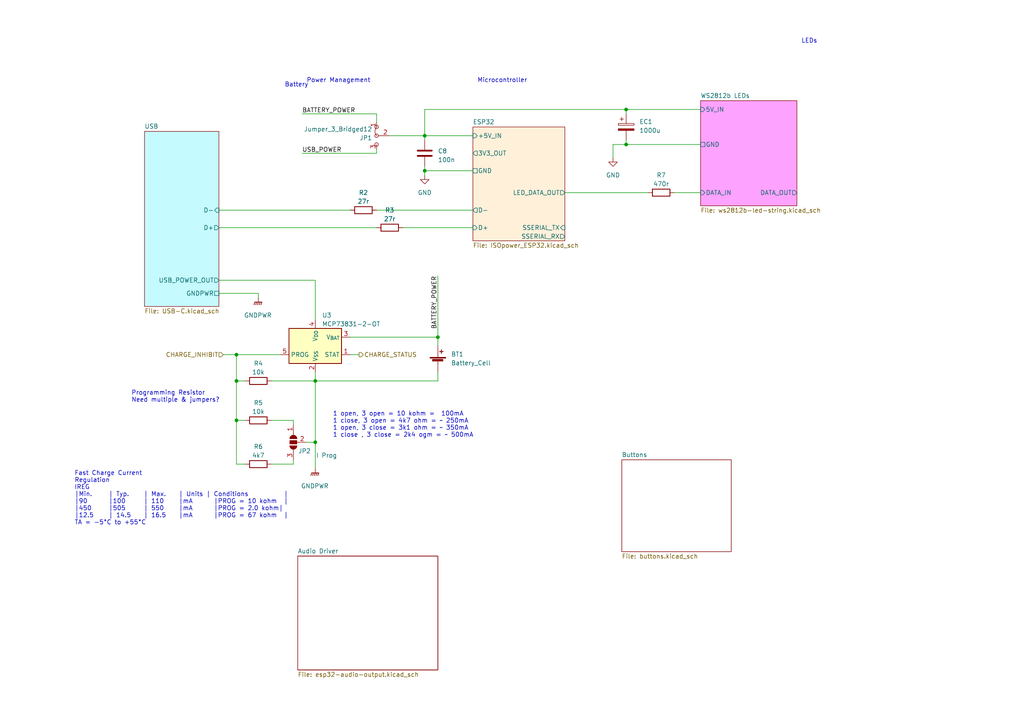
<source format=kicad_sch>
(kicad_sch (version 20230121) (generator eeschema)
  (paper "A4")
  (lib_symbols
    (symbol "000_Capacitor_Electrolytic_Immo:220u" (pin_numbers hide) (pin_names (offset 0.254))
      (property "Reference" "EC" (at 0.635 2.54 0))
      (property "Value" "220u" (at 0.635 -2.54 0))
      (symbol "220u_0_1"
        (rectangle (start -2.286 0.508) (end 2.286 1.016))
        (polyline (pts (xy -1.778 2.286) (xy -0.762 2.286)))
        (polyline (pts (xy -1.27 2.794) (xy -1.27 1.778)))
        (rectangle (start 2.286 -0.508) (end -2.286 -1.016) (fill (type outline)))
      )
      (symbol "220u_1_1"
        (pin passive line (at 0 3.81 270) (length 2.794) (name "~") (number "1"))
        (pin passive line (at 0 -3.81 90) (length 2.794) (name "~") (number "2"))
      )
    )
    (symbol "000_Capacitor_Film_Immo:cap_film_0805" (pin_numbers hide) (pin_names (offset 0.254))
      (property "Reference" "C" (at 0.635 2.54 0))
      (property "Value" "cap_film_0805" (at 0.635 -2.54 0))
      (symbol "cap_film_0805_0_1"
        (polyline (pts (xy -2.032 -0.762) (xy 2.032 -0.762)) (stroke (width 0.508)))
        (polyline (pts (xy -2.032 0.762) (xy 2.032 0.762)) (stroke (width 0.508)))
      )
      (symbol "cap_film_0805_1_1"
        (pin passive line (at 0 3.81 270) (length 2.794) (name "~") (number "1"))
        (pin passive line (at 0 -3.81 90) (length 2.794) (name "~") (number "2"))
      )
    )
    (symbol "000_Connectors_Immo:Jumper_3_Bridged12" (pin_names (offset 0) hide)
      (property "Reference" "JP" (at -2.54 -2.54 0))
      (property "Value" "Jumper_3_Bridged12" (at 0 2.794 0))
      (symbol "Jumper_3_Bridged12_0_0"
        (circle (center -2.54 0) (radius 0.508))
        (circle (center 0 0) (radius 0.508))
        (circle (center 2.54 0) (radius 0.508))
      )
      (symbol "Jumper_3_Bridged12_0_1"
        (arc (start 0 -0.0807) (mid -1.27 0.4699) (end -2.54 -0.0807))
        (polyline (pts (xy 0 -1.27) (xy 0 -0.508)))
      )
      (symbol "Jumper_3_Bridged12_1_1"
        (pin passive line (at -3.81 0 0) (length 1.27) (name "A") (number "1"))
        (pin input line (at 0 -3.81 90) (length 2.54) (name "C") (number "2"))
        (pin passive line (at 3.81 0 180) (length 1.27) (name "B") (number "3"))
      )
    )
    (symbol "000_Resistors_Immo:Resistor_0805" (pin_numbers hide) (pin_names (offset 0))
      (property "Reference" "R?" (at -2.54 3.81 0))
      (property "Value" "Resistor_0805" (at -5.08 2.54 0))
      (symbol "Resistor_0805_0_1"
        (rectangle (start 2.54 -1.016) (end -2.54 1.016) (stroke (width 0.254)))
      )
      (symbol "Resistor_0805_1_1"
        (pin passive line (at -3.81 0 0) (length 1.27) (name "~") (number "1"))
        (pin passive line (at 3.81 0 180) (length 1.27) (name "~") (number "2"))
      )
    )
    (symbol "Battery_Management:MCP73831-2-OT"
      (property "Reference" "U" (at -7.62 6.35 0))
      (property "Value" "MCP73831-2-OT" (at 1.27 6.35 0))
      (symbol "MCP73831-2-OT_0_1"
        (rectangle (start -7.62 5.08) (end 7.62 -5.08) (stroke (width 0.254)) (fill (type background)))
      )
      (symbol "MCP73831-2-OT_1_1"
        (pin output line (at 10.16 -2.54 180) (length 2.54) (name "STAT") (number "1"))
        (pin power_in line (at 0 -7.62 90) (length 2.54) (name "V_{SS}") (number "2"))
        (pin power_out line (at 10.16 2.54 180) (length 2.54) (name "V_{BAT}") (number "3"))
        (pin power_in line (at 0 7.62 270) (length 2.54) (name "V_{DD}") (number "4"))
        (pin input line (at -10.16 -2.54 0) (length 2.54) (name "PROG") (number "5"))
      )
    )
    (symbol "Device:Battery_Cell" (pin_numbers hide) (pin_names (offset 0) hide)
      (property "Reference" "BT" (at 2.54 2.54 0))
      (property "Value" "Battery_Cell" (at 2.54 0 0))
      (symbol "Battery_Cell_0_1"
        (rectangle (start -2.286 1.778) (end 2.286 1.524) (fill (type outline)))
        (rectangle (start -1.5748 1.1938) (end 1.4732 0.6858) (fill (type outline)))
        (polyline (pts (xy 0 0.762) (xy 0 0)))
        (polyline (pts (xy 0 1.778) (xy 0 2.54)))
        (polyline (pts (xy 0.508 3.429) (xy 1.524 3.429)) (stroke (width 0.254)))
        (polyline (pts (xy 1.016 3.937) (xy 1.016 2.921)) (stroke (width 0.254)))
      )
      (symbol "Battery_Cell_1_1"
        (pin passive line (at 0 5.08 270) (length 2.54) (name "+") (number "1"))
        (pin passive line (at 0 -2.54 90) (length 2.54) (name "-") (number "2"))
      )
    )
    (symbol "Jumper:SolderJumper_3_Open" (pin_names (offset 0) hide)
      (property "Reference" "JP" (at -2.54 -2.54 0))
      (property "Value" "SolderJumper_3_Open" (at 0 2.794 0))
      (symbol "SolderJumper_3_Open_0_1"
        (arc (start -1.016 1.016) (mid -2.0276 0) (end -1.016 -1.016))
        (arc (start -1.016 1.016) (mid -2.0276 0) (end -1.016 -1.016) (fill (type outline)))
        (rectangle (start -0.508 1.016) (end 0.508 -1.016) (fill (type outline)))
        (polyline (pts (xy -2.54 0) (xy -2.032 0)))
        (polyline (pts (xy -1.016 1.016) (xy -1.016 -1.016)))
        (polyline (pts (xy 0 -1.27) (xy 0 -1.016)))
        (polyline (pts (xy 1.016 1.016) (xy 1.016 -1.016)))
        (polyline (pts (xy 2.54 0) (xy 2.032 0)))
        (arc (start 1.016 -1.016) (mid 2.0276 0) (end 1.016 1.016))
        (arc (start 1.016 -1.016) (mid 2.0276 0) (end 1.016 1.016) (fill (type outline)))
      )
      (symbol "SolderJumper_3_Open_1_1"
        (pin passive line (at -5.08 0 0) (length 2.54) (name "A") (number "1"))
        (pin passive line (at 0 -3.81 90) (length 2.54) (name "C") (number "2"))
        (pin passive line (at 5.08 0 180) (length 2.54) (name "B") (number "3"))
      )
    )
    (symbol "power:GND" (power) (pin_names (offset 0))
      (property "Value" "GND" (at 0 -3.81 0))
      (symbol "GND_0_1"
        (polyline (pts (xy 0 0) (xy 0 -1.27) (xy 1.27 -1.27) (xy 0 -2.54) (xy -1.27 -1.27) (xy 0 -1.27)))
      )
      (symbol "GND_1_1"
        (pin power_in line (at 0 0 270) (length 0) hide (name "GND") (number "1"))
      )
    )
    (symbol "power:GNDPWR" (power) (pin_names (offset 0))
      (property "Value" "GNDPWR" (at 0 -3.302 0))
      (symbol "GNDPWR_0_1"
        (polyline (pts (xy 0 -1.27) (xy 0 0)))
        (polyline (pts (xy -1.016 -1.27) (xy -1.27 -2.032) (xy -1.27 -2.032)) (stroke (width 0.2032)))
        (polyline (pts (xy -0.508 -1.27) (xy -0.762 -2.032) (xy -0.762 -2.032)) (stroke (width 0.2032)))
        (polyline (pts (xy 0 -1.27) (xy -0.254 -2.032) (xy -0.254 -2.032)) (stroke (width 0.2032)))
        (polyline (pts (xy 0.508 -1.27) (xy 0.254 -2.032) (xy 0.254 -2.032)) (stroke (width 0.2032)))
        (polyline (pts (xy 1.016 -1.27) (xy -1.016 -1.27) (xy -1.016 -1.27)) (stroke (width 0.2032)))
        (polyline (pts (xy 1.016 -1.27) (xy 0.762 -2.032) (xy 0.762 -2.032) (xy 0.762 -2.032)) (stroke (width 0.2032)))
      )
      (symbol "GNDPWR_1_1"
        (pin power_in line (at 0 0 270) (length 0) hide (name "GNDPWR") (number "1"))
      )
    )
  )
  (junction (at 123.19 49.53))
  (junction (at 68.58 102.87))
  (junction (at 181.61 31.75))
  (junction (at 68.58 110.49))
  (junction (at 68.58 121.92))
  (junction (at 181.61 41.91))
  (junction (at 91.44 128.27))
  (junction (at 123.19 39.37))
  (junction (at 127 97.79))
  (junction (at 91.44 110.49))
  (wire (pts (xy 71.12 134.62) (xy 68.58 134.62)))
  (wire (pts (xy 63.5 66.04) (xy 109.22 66.04)))
  (wire (pts (xy 123.19 31.75) (xy 181.61 31.75)))
  (wire (pts (xy 177.8 41.91) (xy 177.8 45.72)))
  (wire (pts (xy 91.44 110.49) (xy 127 110.49)))
  (wire (pts (xy 68.58 121.92) (xy 71.12 121.92)))
  (wire (pts (xy 109.22 35.56) (xy 109.22 33.02)))
  (wire (pts (xy 109.22 60.96) (xy 137.16 60.96)))
  (wire (pts (xy 181.61 41.91) (xy 177.8 41.91)))
  (wire (pts (xy 181.61 31.75) (xy 181.61 33.02)))
  (wire (pts (xy 127 97.79) (xy 127 100.33)))
  (wire (pts (xy 85.09 123.19) (xy 85.09 121.92)))
  (wire (pts (xy 74.93 85.09) (xy 63.5 85.09)))
  (wire (pts (xy 104.14 102.87) (xy 101.6 102.87)))
  (wire (pts (xy 88.9 128.27) (xy 91.44 128.27)))
  (wire (pts (xy 113.03 39.37) (xy 123.19 39.37)))
  (wire (pts (xy 123.19 48.26) (xy 123.19 49.53)))
  (wire (pts (xy 123.19 39.37) (xy 123.19 40.64)))
  (wire (pts (xy 68.58 110.49) (xy 71.12 110.49)))
  (wire (pts (xy 87.63 44.45) (xy 109.22 44.45)))
  (wire (pts (xy 78.74 121.92) (xy 85.09 121.92)))
  (wire (pts (xy 109.22 44.45) (xy 109.22 43.18)))
  (wire (pts (xy 123.19 39.37) (xy 137.16 39.37)))
  (wire (pts (xy 91.44 81.28) (xy 91.44 92.71)))
  (wire (pts (xy 74.93 85.09) (xy 74.93 86.36)))
  (wire (pts (xy 203.2 41.91) (xy 181.61 41.91)))
  (wire (pts (xy 68.58 110.49) (xy 68.58 121.92)))
  (wire (pts (xy 68.58 102.87) (xy 68.58 110.49)))
  (wire (pts (xy 63.5 60.96) (xy 101.6 60.96)))
  (wire (pts (xy 91.44 107.95) (xy 91.44 110.49)))
  (wire (pts (xy 127 80.01) (xy 127 97.79)))
  (wire (pts (xy 195.58 55.88) (xy 203.2 55.88)))
  (wire (pts (xy 91.44 135.89) (xy 91.44 128.27)))
  (wire (pts (xy 127 107.95) (xy 127 110.49)))
  (wire (pts (xy 116.84 66.04) (xy 137.16 66.04)))
  (wire (pts (xy 68.58 102.87) (xy 81.28 102.87)))
  (wire (pts (xy 123.19 31.75) (xy 123.19 39.37)))
  (wire (pts (xy 123.19 49.53) (xy 137.16 49.53)))
  (wire (pts (xy 91.44 110.49) (xy 91.44 128.27)))
  (wire (pts (xy 63.5 81.28) (xy 91.44 81.28)))
  (wire (pts (xy 101.6 97.79) (xy 127 97.79)))
  (wire (pts (xy 68.58 121.92) (xy 68.58 134.62)))
  (wire (pts (xy 163.83 55.88) (xy 187.96 55.88)))
  (wire (pts (xy 85.09 134.62) (xy 78.74 134.62)))
  (wire (pts (xy 64.77 102.87) (xy 68.58 102.87)))
  (wire (pts (xy 181.61 31.75) (xy 203.2 31.75)))
  (wire (pts (xy 85.09 134.62) (xy 85.09 133.35)))
  (wire (pts (xy 123.19 49.53) (xy 123.19 50.8)))
  (wire (pts (xy 181.61 40.64) (xy 181.61 41.91)))
  (wire (pts (xy 109.22 33.02) (xy 87.63 33.02)))
  (wire (pts (xy 78.74 110.49) (xy 91.44 110.49)))
  (text "Fast Charge Current\nRegulation\nIREG\n|Min. 	| Typ. 	| Max. 	| Units | Conditions	|\n|90 	|100	| 110 	|mA 	|PROG = 10 kohm	|\n|450 	|505	| 550	|mA		|PROG = 2.0 kohm|\n|12.5	| 14.5	| 16.5	|mA		|PROG = 67 kohm	|\nTA = -5°C to +55°C" (at 21.59 152.4 0) (effects (font (size 1.27 1.27)) (justify left bottom)))
  (text "LEDs" (at 232.41 12.7 0) (effects (font (size 1.27 1.27)) (justify left bottom)))
  (text "Microcontroller" (at 138.43 24.13 0) (effects (font (size 1.27 1.27)) (justify left bottom)))
  (text "Programming Resistor\nNeed multiple & jumpers?" (at 38.1 116.84 0) (effects (font (size 1.27 1.27)) (justify left bottom)))
  (text "Battery" (at 82.55 25.4 0) (effects (font (size 1.27 1.27)) (justify left bottom)))
  (text "1 open, 3 open = 10 kohm =  100mA\n1 close, 3 open = 4k7 ohm = ~ 250mA\n1 open, 3 close = 3k1 ohm = ~ 350mA\n1 close , 3 close = 2k4 ogm = ~ 500mA" (at 96.52 127 0) (effects (font (size 1.27 1.27)) (justify left bottom)))
  (text "Power Management" (at 88.9 24.13 0) (effects (font (size 1.27 1.27)) (justify left bottom)))
  (label "BATTERY_POWER" (at 87.63 33.02 0))
  (label "USB_POWER" (at 87.63 44.45 0))
  (label "BATTERY_POWER" (at 127 80.01 270))
  (hierarchical_label "CHARGE_STATUS" (shape output) (at 104.14 102.87 0))
  (hierarchical_label "CHARGE_INHIBIT" (shape input) (at 64.77 102.87 180))
  (symbol (lib_id "000_Capacitor_Electrolytic_Immo:220u") (at 181.61 36.83 0) (unit 1)
    (property "Reference" "EC1" (at 185.42 35.306 0) (effects (justify left)))
    (property "Value" "1000u" (at 185.42 37.846 0) (effects (justify left)))
    (property "Footprint" "Capacitor_SMD:CP_Elec_10x10" (effects hide))
  )
  (symbol (lib_id "000_Resistors_Immo:Resistor_0805") (at 113.03 66.04 180) (unit 1)
    (property "Reference" "R3" (at 113.03 60.96 0))
    (property "Value" "27r" (at 113.03 63.5 0))
    (property "Footprint" "Resistor_SMD:R_0805_2012Metric_Pad1.20x1.40mm_HandSolder" (effects hide))
  )
  (symbol (lib_id "000_Connectors_Immo:Jumper_3_Bridged12") (at 109.22 39.37 90) (mirror x) (unit 1)
    (property "Reference" "JP1" (at 107.95 40.005 90) (effects (justify left)))
    (property "Value" "Jumper_3_Bridged12" (at 107.95 37.465 90) (effects (justify left)))
    (property "Footprint" "Jumper:SolderJumper-3_P1.3mm_Bridged12_RoundedPad1.0x1.5mm" (effects hide))
  )
  (symbol (lib_id "000_Resistors_Immo:Resistor_0805") (at 191.77 55.88 180) (unit 1)
    (property "Reference" "R7" (at 191.77 50.8 0))
    (property "Value" "470r" (at 191.77 53.34 0))
    (property "Footprint" "Resistor_SMD:R_0805_2012Metric_Pad1.20x1.40mm_HandSolder" (effects hide))
  )
  (symbol (lib_id "power:GND") (at 123.19 50.8 0) (unit 1)
    (property "Reference" "#PWR04" (effects hide))
    (property "Value" "GND" (at 123.19 55.88 0))
  )
  (symbol (lib_id "power:GND") (at 177.8 45.72 0) (unit 1)
    (property "Reference" "#PWR06" (effects hide))
    (property "Value" "GND" (at 177.8 50.8 0))
  )
  (symbol (lib_id "power:GNDPWR") (at 74.93 86.36 0) (unit 1)
    (property "Reference" "#PWR01" (effects hide))
    (property "Value" "GNDPWR" (at 74.803 91.44 0))
  )
  (symbol (lib_id "Jumper:SolderJumper_3_Open") (at 85.09 128.27 90) (mirror x) (unit 1)
    (property "Reference" "JP2" (at 90.17 130.81 90) (effects (justify left)))
    (property "Value" "I Prog" (at 97.79 132.08 90) (effects (justify left)))
    (property "Footprint" "Jumper:SolderJumper-3_P1.3mm_Open_RoundedPad1.0x1.5mm_NumberLabels" (effects hide))
  )
  (symbol (lib_id "000_Resistors_Immo:Resistor_0805") (at 74.93 110.49 0) (unit 1)
    (property "Reference" "R4" (at 74.93 105.41 0))
    (property "Value" "10k" (at 74.93 107.95 0))
    (property "Footprint" "Resistor_SMD:R_0805_2012Metric_Pad1.20x1.40mm_HandSolder" (effects hide))
  )
  (symbol (lib_id "000_Resistors_Immo:Resistor_0805") (at 74.93 121.92 0) (unit 1)
    (property "Reference" "R5" (at 74.93 116.84 0))
    (property "Value" "10k" (at 74.93 119.38 0))
    (property "Footprint" "Resistor_SMD:R_0805_2012Metric_Pad1.20x1.40mm_HandSolder" (effects hide))
  )
  (symbol (lib_id "power:GNDPWR") (at 91.44 135.89 0) (unit 1)
    (property "Reference" "#PWR05" (effects hide))
    (property "Value" "GNDPWR" (at 91.313 140.97 0))
  )
  (symbol (lib_id "000_Capacitor_Film_Immo:cap_film_0805") (at 123.19 44.45 0) (unit 1)
    (property "Reference" "C8" (at 127 43.815 0) (effects (justify left)))
    (property "Value" "100n" (at 127 46.355 0) (effects (justify left)))
    (property "Footprint" "Capacitor_SMD:C_0805_2012Metric_Pad1.18x1.45mm_HandSolder" (effects hide))
  )
  (symbol (lib_id "000_Resistors_Immo:Resistor_0805") (at 74.93 134.62 0) (unit 1)
    (property "Reference" "R6" (at 74.93 129.54 0))
    (property "Value" "4k7" (at 74.93 132.08 0))
    (property "Footprint" "Resistor_SMD:R_0805_2012Metric_Pad1.20x1.40mm_HandSolder" (effects hide))
  )
  (symbol (lib_id "000_Resistors_Immo:Resistor_0805") (at 105.41 60.96 180) (unit 1)
    (property "Reference" "R2" (at 105.41 55.88 0))
    (property "Value" "27r" (at 105.41 58.42 0))
    (property "Footprint" "Resistor_SMD:R_0805_2012Metric_Pad1.20x1.40mm_HandSolder" (effects hide))
  )
  (symbol (lib_id "Device:Battery_Cell") (at 127 105.41 0) (unit 1)
    (property "Reference" "BT1" (at 130.81 102.743 0) (effects (justify left)))
    (property "Value" "Battery_Cell" (at 130.81 105.283 0) (effects (justify left)))
  )
  (symbol (lib_id "Battery_Management:MCP73831-2-OT") (at 91.44 100.33 0) (unit 1)
    (property "Reference" "U3" (at 93.3959 91.44 0) (effects (justify left)))
    (property "Value" "MCP73831-2-OT" (at 93.3959 93.98 0) (effects (justify left)))
    (property "Footprint" "Package_TO_SOT_SMD:SOT-23-5" (effects hide))
    (property "Datasheet" "http://ww1.microchip.com/downloads/en/DeviceDoc/20001984g.pdf" (effects hide))
  )
  (sheet (at 86.36 161.29) (size 40.64 33.02) (stroke (width 0.1524))
    (property "Sheetname" "Audio Driver" (at 86.36 160.5784 0) (effects (justify left bottom)))
    (property "Sheetfile" "esp32-audio-output.kicad_sch" (at 86.36 194.8946 0) (effects (justify left top)))
  )
  (sheet (at 203.2 29.21) (size 27.94 30.48) (stroke (width 0.1524)) (fill (color 253 44 255 0.4400))
    (property "Sheetname" "WS2812b LEDs" (at 203.2 28.4984 0) (effects (justify left bottom)))
    (property "Sheetfile" "ws2812b-led-string.kicad_sch" (at 203.2 60.2746 0) (effects (justify left top)))
    (pin "DATA_IN" input (at 203.2 55.88 180))
    (pin "DATA_OUT" output (at 231.14 55.88 0))
    (pin "5V_IN" input (at 203.2 31.75 180))
    (pin "GND" passive (at 203.2 41.91 180))
  )
  (sheet (at 180.34 133.35) (size 31.75 26.67) (stroke (width 0.1524))
    (property "Sheetname" "Buttons" (at 180.34 132.6384 0) (effects (justify left bottom)))
    (property "Sheetfile" "buttons.kicad_sch" (at 180.34 160.6046 0) (effects (justify left top)))
  )
  (sheet (at 41.91 38.1) (size 21.59 50.8) (stroke (width 0.1524)) (fill (color 61 236 255 0.3000))
    (property "Sheetname" "USB" (at 41.91 37.3884 0) (effects (justify left bottom)))
    (property "Sheetfile" "USB-C.kicad_sch" (at 41.91 89.4846 0) (effects (justify left top)))
    (pin "D-" input (at 63.5 60.96 0))
    (pin "D+" output (at 63.5 66.04 0))
    (pin "GNDPWR" passive (at 63.5 85.09 0))
    (pin "USB_POWER_OUT" output (at 63.5 81.28 0))
  )
  (sheet (at 137.16 36.83) (size 26.67 33.02) (stroke (width 0.1524)) (fill (color 255 182 70 0.2000))
    (property "Sheetname" "ESP32" (at 137.16 36.1184 0) (effects (justify left bottom)))
    (property "Sheetfile" "ISOpower_ESP32.kicad_sch" (at 137.16 70.4346 0) (effects (justify left top)))
    (pin "SSERIAL_TX" input (at 163.83 66.04 0))
    (pin "SSERIAL_RX" output (at 163.83 68.58 0))
    (pin "+5V_IN" input (at 137.16 39.37 180))
    (pin "3V3_OUT" output (at 137.16 44.45 180))
    (pin "GND" passive (at 137.16 49.53 180))
    (pin "D-" output (at 137.16 60.96 180))
    (pin "D+" input (at 137.16 66.04 180))
    (pin "LED_DATA_OUT" output (at 163.83 55.88 0))
  )
)
</source>
